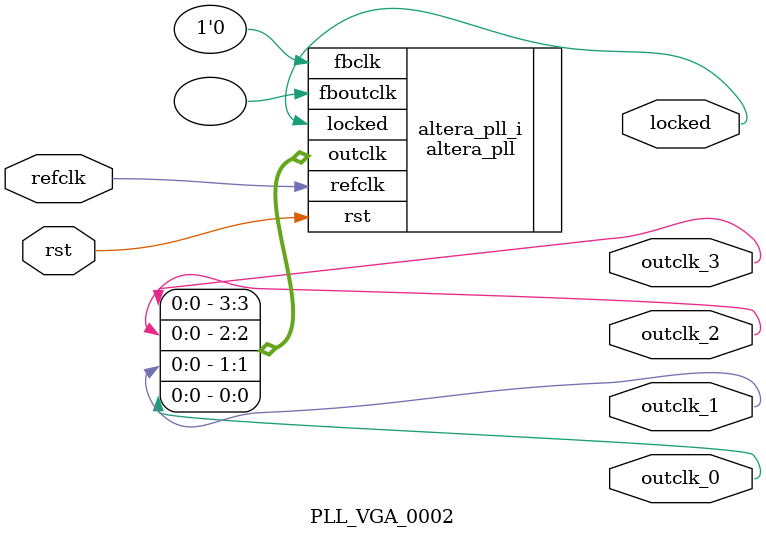
<source format=v>
`timescale 1ns/10ps
module  PLL_VGA_0002(

	// interface 'refclk'
	input wire refclk,

	// interface 'reset'
	input wire rst,

	// interface 'outclk0'
	output wire outclk_0,

	// interface 'outclk1'
	output wire outclk_1,

	// interface 'outclk2'
	output wire outclk_2,

	// interface 'outclk3'
	output wire outclk_3,

	// interface 'locked'
	output wire locked
);

	altera_pll #(
		.fractional_vco_multiplier("false"),
		.reference_clock_frequency("50.0 MHz"),
		.operation_mode("normal"),
		.number_of_clocks(4),
		.output_clock_frequency0("40.000000 MHz"),
		.phase_shift0("0 ps"),
		.duty_cycle0(50),
		.output_clock_frequency1("50.000000 MHz"),
		.phase_shift1("0 ps"),
		.duty_cycle1(50),
		.output_clock_frequency2("56.000000 MHz"),
		.phase_shift2("0 ps"),
		.duty_cycle2(50),
		.output_clock_frequency3("56.000000 MHz"),
		.phase_shift3("0 ps"),
		.duty_cycle3(50),
		.output_clock_frequency4("0 MHz"),
		.phase_shift4("0 ps"),
		.duty_cycle4(50),
		.output_clock_frequency5("0 MHz"),
		.phase_shift5("0 ps"),
		.duty_cycle5(50),
		.output_clock_frequency6("0 MHz"),
		.phase_shift6("0 ps"),
		.duty_cycle6(50),
		.output_clock_frequency7("0 MHz"),
		.phase_shift7("0 ps"),
		.duty_cycle7(50),
		.output_clock_frequency8("0 MHz"),
		.phase_shift8("0 ps"),
		.duty_cycle8(50),
		.output_clock_frequency9("0 MHz"),
		.phase_shift9("0 ps"),
		.duty_cycle9(50),
		.output_clock_frequency10("0 MHz"),
		.phase_shift10("0 ps"),
		.duty_cycle10(50),
		.output_clock_frequency11("0 MHz"),
		.phase_shift11("0 ps"),
		.duty_cycle11(50),
		.output_clock_frequency12("0 MHz"),
		.phase_shift12("0 ps"),
		.duty_cycle12(50),
		.output_clock_frequency13("0 MHz"),
		.phase_shift13("0 ps"),
		.duty_cycle13(50),
		.output_clock_frequency14("0 MHz"),
		.phase_shift14("0 ps"),
		.duty_cycle14(50),
		.output_clock_frequency15("0 MHz"),
		.phase_shift15("0 ps"),
		.duty_cycle15(50),
		.output_clock_frequency16("0 MHz"),
		.phase_shift16("0 ps"),
		.duty_cycle16(50),
		.output_clock_frequency17("0 MHz"),
		.phase_shift17("0 ps"),
		.duty_cycle17(50),
		.pll_type("General"),
		.pll_subtype("General")
	) altera_pll_i (
		.rst	(rst),
		.outclk	({outclk_3, outclk_2, outclk_1, outclk_0}),
		.locked	(locked),
		.fboutclk	( ),
		.fbclk	(1'b0),
		.refclk	(refclk)
	);
endmodule


</source>
